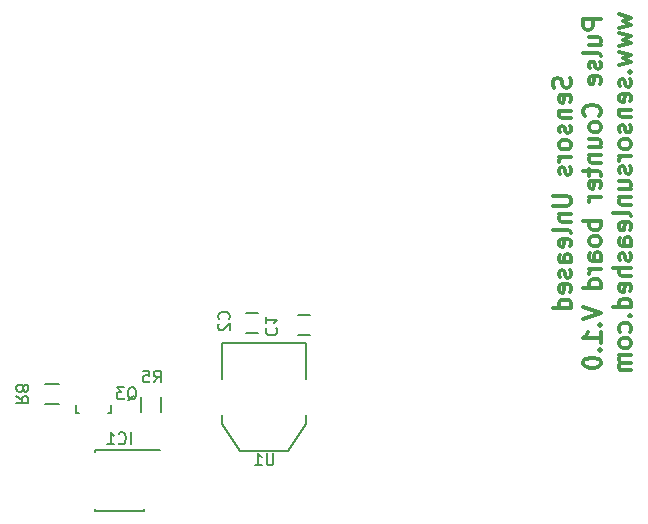
<source format=gbr>
G04 #@! TF.GenerationSoftware,KiCad,Pcbnew,no-vcs-found-7664~57~ubuntu16.10.1*
G04 #@! TF.CreationDate,2017-02-19T11:00:57+01:00*
G04 #@! TF.ProjectId,pulseboard,70756C7365626F6172642E6B69636164,rev?*
G04 #@! TF.FileFunction,Legend,Bot*
G04 #@! TF.FilePolarity,Positive*
%FSLAX46Y46*%
G04 Gerber Fmt 4.6, Leading zero omitted, Abs format (unit mm)*
G04 Created by KiCad (PCBNEW no-vcs-found-7664~57~ubuntu16.10.1) date Sun Feb 19 11:00:57 2017*
%MOMM*%
%LPD*%
G01*
G04 APERTURE LIST*
%ADD10C,0.100000*%
%ADD11C,0.300000*%
%ADD12C,0.150000*%
G04 APERTURE END LIST*
D10*
D11*
X161978582Y-66744485D02*
X162050011Y-66958771D01*
X162050011Y-67315914D01*
X161978582Y-67458771D01*
X161907154Y-67530200D01*
X161764297Y-67601628D01*
X161621440Y-67601628D01*
X161478582Y-67530200D01*
X161407154Y-67458771D01*
X161335725Y-67315914D01*
X161264297Y-67030200D01*
X161192868Y-66887342D01*
X161121440Y-66815914D01*
X160978582Y-66744485D01*
X160835725Y-66744485D01*
X160692868Y-66815914D01*
X160621440Y-66887342D01*
X160550011Y-67030200D01*
X160550011Y-67387342D01*
X160621440Y-67601628D01*
X161978582Y-68815914D02*
X162050011Y-68673057D01*
X162050011Y-68387342D01*
X161978582Y-68244485D01*
X161835725Y-68173057D01*
X161264297Y-68173057D01*
X161121440Y-68244485D01*
X161050011Y-68387342D01*
X161050011Y-68673057D01*
X161121440Y-68815914D01*
X161264297Y-68887342D01*
X161407154Y-68887342D01*
X161550011Y-68173057D01*
X161050011Y-69530200D02*
X162050011Y-69530200D01*
X161192868Y-69530200D02*
X161121440Y-69601628D01*
X161050011Y-69744485D01*
X161050011Y-69958771D01*
X161121440Y-70101628D01*
X161264297Y-70173057D01*
X162050011Y-70173057D01*
X161978582Y-70815914D02*
X162050011Y-70958771D01*
X162050011Y-71244485D01*
X161978582Y-71387342D01*
X161835725Y-71458771D01*
X161764297Y-71458771D01*
X161621440Y-71387342D01*
X161550011Y-71244485D01*
X161550011Y-71030200D01*
X161478582Y-70887342D01*
X161335725Y-70815914D01*
X161264297Y-70815914D01*
X161121440Y-70887342D01*
X161050011Y-71030200D01*
X161050011Y-71244485D01*
X161121440Y-71387342D01*
X162050011Y-72315914D02*
X161978582Y-72173057D01*
X161907154Y-72101628D01*
X161764297Y-72030200D01*
X161335725Y-72030200D01*
X161192868Y-72101628D01*
X161121440Y-72173057D01*
X161050011Y-72315914D01*
X161050011Y-72530200D01*
X161121440Y-72673057D01*
X161192868Y-72744485D01*
X161335725Y-72815914D01*
X161764297Y-72815914D01*
X161907154Y-72744485D01*
X161978582Y-72673057D01*
X162050011Y-72530200D01*
X162050011Y-72315914D01*
X162050011Y-73458771D02*
X161050011Y-73458771D01*
X161335725Y-73458771D02*
X161192868Y-73530200D01*
X161121440Y-73601628D01*
X161050011Y-73744485D01*
X161050011Y-73887342D01*
X161978582Y-74315914D02*
X162050011Y-74458771D01*
X162050011Y-74744485D01*
X161978582Y-74887342D01*
X161835725Y-74958771D01*
X161764297Y-74958771D01*
X161621440Y-74887342D01*
X161550011Y-74744485D01*
X161550011Y-74530200D01*
X161478582Y-74387342D01*
X161335725Y-74315914D01*
X161264297Y-74315914D01*
X161121440Y-74387342D01*
X161050011Y-74530200D01*
X161050011Y-74744485D01*
X161121440Y-74887342D01*
X160550011Y-76744485D02*
X161764297Y-76744485D01*
X161907154Y-76815914D01*
X161978582Y-76887342D01*
X162050011Y-77030200D01*
X162050011Y-77315914D01*
X161978582Y-77458771D01*
X161907154Y-77530200D01*
X161764297Y-77601628D01*
X160550011Y-77601628D01*
X161050011Y-78315914D02*
X162050011Y-78315914D01*
X161192868Y-78315914D02*
X161121440Y-78387342D01*
X161050011Y-78530200D01*
X161050011Y-78744485D01*
X161121440Y-78887342D01*
X161264297Y-78958771D01*
X162050011Y-78958771D01*
X162050011Y-79887342D02*
X161978582Y-79744485D01*
X161835725Y-79673057D01*
X160550011Y-79673057D01*
X161978582Y-81030200D02*
X162050011Y-80887342D01*
X162050011Y-80601628D01*
X161978582Y-80458771D01*
X161835725Y-80387342D01*
X161264297Y-80387342D01*
X161121440Y-80458771D01*
X161050011Y-80601628D01*
X161050011Y-80887342D01*
X161121440Y-81030200D01*
X161264297Y-81101628D01*
X161407154Y-81101628D01*
X161550011Y-80387342D01*
X162050011Y-82387342D02*
X161264297Y-82387342D01*
X161121440Y-82315914D01*
X161050011Y-82173057D01*
X161050011Y-81887342D01*
X161121440Y-81744485D01*
X161978582Y-82387342D02*
X162050011Y-82244485D01*
X162050011Y-81887342D01*
X161978582Y-81744485D01*
X161835725Y-81673057D01*
X161692868Y-81673057D01*
X161550011Y-81744485D01*
X161478582Y-81887342D01*
X161478582Y-82244485D01*
X161407154Y-82387342D01*
X161978582Y-83030200D02*
X162050011Y-83173057D01*
X162050011Y-83458771D01*
X161978582Y-83601628D01*
X161835725Y-83673057D01*
X161764297Y-83673057D01*
X161621440Y-83601628D01*
X161550011Y-83458771D01*
X161550011Y-83244485D01*
X161478582Y-83101628D01*
X161335725Y-83030200D01*
X161264297Y-83030200D01*
X161121440Y-83101628D01*
X161050011Y-83244485D01*
X161050011Y-83458771D01*
X161121440Y-83601628D01*
X161978582Y-84887342D02*
X162050011Y-84744485D01*
X162050011Y-84458771D01*
X161978582Y-84315914D01*
X161835725Y-84244485D01*
X161264297Y-84244485D01*
X161121440Y-84315914D01*
X161050011Y-84458771D01*
X161050011Y-84744485D01*
X161121440Y-84887342D01*
X161264297Y-84958771D01*
X161407154Y-84958771D01*
X161550011Y-84244485D01*
X162050011Y-86244485D02*
X160550011Y-86244485D01*
X161978582Y-86244485D02*
X162050011Y-86101628D01*
X162050011Y-85815914D01*
X161978582Y-85673057D01*
X161907154Y-85601628D01*
X161764297Y-85530200D01*
X161335725Y-85530200D01*
X161192868Y-85601628D01*
X161121440Y-85673057D01*
X161050011Y-85815914D01*
X161050011Y-86101628D01*
X161121440Y-86244485D01*
X164600011Y-61815914D02*
X163100011Y-61815914D01*
X163100011Y-62387342D01*
X163171440Y-62530200D01*
X163242868Y-62601628D01*
X163385725Y-62673057D01*
X163600011Y-62673057D01*
X163742868Y-62601628D01*
X163814297Y-62530200D01*
X163885725Y-62387342D01*
X163885725Y-61815914D01*
X163600011Y-63958771D02*
X164600011Y-63958771D01*
X163600011Y-63315914D02*
X164385725Y-63315914D01*
X164528582Y-63387342D01*
X164600011Y-63530200D01*
X164600011Y-63744485D01*
X164528582Y-63887342D01*
X164457154Y-63958771D01*
X164600011Y-64887342D02*
X164528582Y-64744485D01*
X164385725Y-64673057D01*
X163100011Y-64673057D01*
X164528582Y-65387342D02*
X164600011Y-65530200D01*
X164600011Y-65815914D01*
X164528582Y-65958771D01*
X164385725Y-66030200D01*
X164314297Y-66030200D01*
X164171440Y-65958771D01*
X164100011Y-65815914D01*
X164100011Y-65601628D01*
X164028582Y-65458771D01*
X163885725Y-65387342D01*
X163814297Y-65387342D01*
X163671440Y-65458771D01*
X163600011Y-65601628D01*
X163600011Y-65815914D01*
X163671440Y-65958771D01*
X164528582Y-67244485D02*
X164600011Y-67101628D01*
X164600011Y-66815914D01*
X164528582Y-66673057D01*
X164385725Y-66601628D01*
X163814297Y-66601628D01*
X163671440Y-66673057D01*
X163600011Y-66815914D01*
X163600011Y-67101628D01*
X163671440Y-67244485D01*
X163814297Y-67315914D01*
X163957154Y-67315914D01*
X164100011Y-66601628D01*
X164457154Y-69958771D02*
X164528582Y-69887342D01*
X164600011Y-69673057D01*
X164600011Y-69530200D01*
X164528582Y-69315914D01*
X164385725Y-69173057D01*
X164242868Y-69101628D01*
X163957154Y-69030200D01*
X163742868Y-69030200D01*
X163457154Y-69101628D01*
X163314297Y-69173057D01*
X163171440Y-69315914D01*
X163100011Y-69530200D01*
X163100011Y-69673057D01*
X163171440Y-69887342D01*
X163242868Y-69958771D01*
X164600011Y-70815914D02*
X164528582Y-70673057D01*
X164457154Y-70601628D01*
X164314297Y-70530200D01*
X163885725Y-70530200D01*
X163742868Y-70601628D01*
X163671440Y-70673057D01*
X163600011Y-70815914D01*
X163600011Y-71030200D01*
X163671440Y-71173057D01*
X163742868Y-71244485D01*
X163885725Y-71315914D01*
X164314297Y-71315914D01*
X164457154Y-71244485D01*
X164528582Y-71173057D01*
X164600011Y-71030200D01*
X164600011Y-70815914D01*
X163600011Y-72601628D02*
X164600011Y-72601628D01*
X163600011Y-71958771D02*
X164385725Y-71958771D01*
X164528582Y-72030200D01*
X164600011Y-72173057D01*
X164600011Y-72387342D01*
X164528582Y-72530200D01*
X164457154Y-72601628D01*
X163600011Y-73315914D02*
X164600011Y-73315914D01*
X163742868Y-73315914D02*
X163671440Y-73387342D01*
X163600011Y-73530200D01*
X163600011Y-73744485D01*
X163671440Y-73887342D01*
X163814297Y-73958771D01*
X164600011Y-73958771D01*
X163600011Y-74458771D02*
X163600011Y-75030200D01*
X163100011Y-74673057D02*
X164385725Y-74673057D01*
X164528582Y-74744485D01*
X164600011Y-74887342D01*
X164600011Y-75030200D01*
X164528582Y-76101628D02*
X164600011Y-75958771D01*
X164600011Y-75673057D01*
X164528582Y-75530200D01*
X164385725Y-75458771D01*
X163814297Y-75458771D01*
X163671440Y-75530200D01*
X163600011Y-75673057D01*
X163600011Y-75958771D01*
X163671440Y-76101628D01*
X163814297Y-76173057D01*
X163957154Y-76173057D01*
X164100011Y-75458771D01*
X164600011Y-76815914D02*
X163600011Y-76815914D01*
X163885725Y-76815914D02*
X163742868Y-76887342D01*
X163671440Y-76958771D01*
X163600011Y-77101628D01*
X163600011Y-77244485D01*
X164600011Y-78887342D02*
X163100011Y-78887342D01*
X163671440Y-78887342D02*
X163600011Y-79030200D01*
X163600011Y-79315914D01*
X163671440Y-79458771D01*
X163742868Y-79530200D01*
X163885725Y-79601628D01*
X164314297Y-79601628D01*
X164457154Y-79530200D01*
X164528582Y-79458771D01*
X164600011Y-79315914D01*
X164600011Y-79030200D01*
X164528582Y-78887342D01*
X164600011Y-80458771D02*
X164528582Y-80315914D01*
X164457154Y-80244485D01*
X164314297Y-80173057D01*
X163885725Y-80173057D01*
X163742868Y-80244485D01*
X163671440Y-80315914D01*
X163600011Y-80458771D01*
X163600011Y-80673057D01*
X163671440Y-80815914D01*
X163742868Y-80887342D01*
X163885725Y-80958771D01*
X164314297Y-80958771D01*
X164457154Y-80887342D01*
X164528582Y-80815914D01*
X164600011Y-80673057D01*
X164600011Y-80458771D01*
X164600011Y-82244485D02*
X163814297Y-82244485D01*
X163671440Y-82173057D01*
X163600011Y-82030200D01*
X163600011Y-81744485D01*
X163671440Y-81601628D01*
X164528582Y-82244485D02*
X164600011Y-82101628D01*
X164600011Y-81744485D01*
X164528582Y-81601628D01*
X164385725Y-81530200D01*
X164242868Y-81530200D01*
X164100011Y-81601628D01*
X164028582Y-81744485D01*
X164028582Y-82101628D01*
X163957154Y-82244485D01*
X164600011Y-82958771D02*
X163600011Y-82958771D01*
X163885725Y-82958771D02*
X163742868Y-83030200D01*
X163671440Y-83101628D01*
X163600011Y-83244485D01*
X163600011Y-83387342D01*
X164600011Y-84530200D02*
X163100011Y-84530200D01*
X164528582Y-84530200D02*
X164600011Y-84387342D01*
X164600011Y-84101628D01*
X164528582Y-83958771D01*
X164457154Y-83887342D01*
X164314297Y-83815914D01*
X163885725Y-83815914D01*
X163742868Y-83887342D01*
X163671440Y-83958771D01*
X163600011Y-84101628D01*
X163600011Y-84387342D01*
X163671440Y-84530200D01*
X163100011Y-86173057D02*
X164600011Y-86673057D01*
X163100011Y-87173057D01*
X164457154Y-87673057D02*
X164528582Y-87744485D01*
X164600011Y-87673057D01*
X164528582Y-87601628D01*
X164457154Y-87673057D01*
X164600011Y-87673057D01*
X164600011Y-89173057D02*
X164600011Y-88315914D01*
X164600011Y-88744485D02*
X163100011Y-88744485D01*
X163314297Y-88601628D01*
X163457154Y-88458771D01*
X163528582Y-88315914D01*
X164457154Y-89815914D02*
X164528582Y-89887342D01*
X164600011Y-89815914D01*
X164528582Y-89744485D01*
X164457154Y-89815914D01*
X164600011Y-89815914D01*
X163100011Y-90815914D02*
X163100011Y-90958771D01*
X163171440Y-91101628D01*
X163242868Y-91173057D01*
X163385725Y-91244485D01*
X163671440Y-91315914D01*
X164028582Y-91315914D01*
X164314297Y-91244485D01*
X164457154Y-91173057D01*
X164528582Y-91101628D01*
X164600011Y-90958771D01*
X164600011Y-90815914D01*
X164528582Y-90673057D01*
X164457154Y-90601628D01*
X164314297Y-90530200D01*
X164028582Y-90458771D01*
X163671440Y-90458771D01*
X163385725Y-90530200D01*
X163242868Y-90601628D01*
X163171440Y-90673057D01*
X163100011Y-90815914D01*
X166150011Y-61387342D02*
X167150011Y-61673057D01*
X166435725Y-61958771D01*
X167150011Y-62244485D01*
X166150011Y-62530200D01*
X166150011Y-62958771D02*
X167150011Y-63244485D01*
X166435725Y-63530200D01*
X167150011Y-63815914D01*
X166150011Y-64101628D01*
X166150011Y-64530200D02*
X167150011Y-64815914D01*
X166435725Y-65101628D01*
X167150011Y-65387342D01*
X166150011Y-65673057D01*
X167007154Y-66244485D02*
X167078582Y-66315914D01*
X167150011Y-66244485D01*
X167078582Y-66173057D01*
X167007154Y-66244485D01*
X167150011Y-66244485D01*
X167078582Y-66887342D02*
X167150011Y-67030200D01*
X167150011Y-67315914D01*
X167078582Y-67458771D01*
X166935725Y-67530200D01*
X166864297Y-67530200D01*
X166721440Y-67458771D01*
X166650011Y-67315914D01*
X166650011Y-67101628D01*
X166578582Y-66958771D01*
X166435725Y-66887342D01*
X166364297Y-66887342D01*
X166221440Y-66958771D01*
X166150011Y-67101628D01*
X166150011Y-67315914D01*
X166221440Y-67458771D01*
X167078582Y-68744485D02*
X167150011Y-68601628D01*
X167150011Y-68315914D01*
X167078582Y-68173057D01*
X166935725Y-68101628D01*
X166364297Y-68101628D01*
X166221440Y-68173057D01*
X166150011Y-68315914D01*
X166150011Y-68601628D01*
X166221440Y-68744485D01*
X166364297Y-68815914D01*
X166507154Y-68815914D01*
X166650011Y-68101628D01*
X166150011Y-69458771D02*
X167150011Y-69458771D01*
X166292868Y-69458771D02*
X166221440Y-69530200D01*
X166150011Y-69673057D01*
X166150011Y-69887342D01*
X166221440Y-70030200D01*
X166364297Y-70101628D01*
X167150011Y-70101628D01*
X167078582Y-70744485D02*
X167150011Y-70887342D01*
X167150011Y-71173057D01*
X167078582Y-71315914D01*
X166935725Y-71387342D01*
X166864297Y-71387342D01*
X166721440Y-71315914D01*
X166650011Y-71173057D01*
X166650011Y-70958771D01*
X166578582Y-70815914D01*
X166435725Y-70744485D01*
X166364297Y-70744485D01*
X166221440Y-70815914D01*
X166150011Y-70958771D01*
X166150011Y-71173057D01*
X166221440Y-71315914D01*
X167150011Y-72244485D02*
X167078582Y-72101628D01*
X167007154Y-72030200D01*
X166864297Y-71958771D01*
X166435725Y-71958771D01*
X166292868Y-72030200D01*
X166221440Y-72101628D01*
X166150011Y-72244485D01*
X166150011Y-72458771D01*
X166221440Y-72601628D01*
X166292868Y-72673057D01*
X166435725Y-72744485D01*
X166864297Y-72744485D01*
X167007154Y-72673057D01*
X167078582Y-72601628D01*
X167150011Y-72458771D01*
X167150011Y-72244485D01*
X167150011Y-73387342D02*
X166150011Y-73387342D01*
X166435725Y-73387342D02*
X166292868Y-73458771D01*
X166221440Y-73530200D01*
X166150011Y-73673057D01*
X166150011Y-73815914D01*
X167078582Y-74244485D02*
X167150011Y-74387342D01*
X167150011Y-74673057D01*
X167078582Y-74815914D01*
X166935725Y-74887342D01*
X166864297Y-74887342D01*
X166721440Y-74815914D01*
X166650011Y-74673057D01*
X166650011Y-74458771D01*
X166578582Y-74315914D01*
X166435725Y-74244485D01*
X166364297Y-74244485D01*
X166221440Y-74315914D01*
X166150011Y-74458771D01*
X166150011Y-74673057D01*
X166221440Y-74815914D01*
X166150011Y-76173057D02*
X167150011Y-76173057D01*
X166150011Y-75530200D02*
X166935725Y-75530200D01*
X167078582Y-75601628D01*
X167150011Y-75744485D01*
X167150011Y-75958771D01*
X167078582Y-76101628D01*
X167007154Y-76173057D01*
X166150011Y-76887342D02*
X167150011Y-76887342D01*
X166292868Y-76887342D02*
X166221440Y-76958771D01*
X166150011Y-77101628D01*
X166150011Y-77315914D01*
X166221440Y-77458771D01*
X166364297Y-77530200D01*
X167150011Y-77530200D01*
X167150011Y-78458771D02*
X167078582Y-78315914D01*
X166935725Y-78244485D01*
X165650011Y-78244485D01*
X167078582Y-79601628D02*
X167150011Y-79458771D01*
X167150011Y-79173057D01*
X167078582Y-79030200D01*
X166935725Y-78958771D01*
X166364297Y-78958771D01*
X166221440Y-79030200D01*
X166150011Y-79173057D01*
X166150011Y-79458771D01*
X166221440Y-79601628D01*
X166364297Y-79673057D01*
X166507154Y-79673057D01*
X166650011Y-78958771D01*
X167150011Y-80958771D02*
X166364297Y-80958771D01*
X166221440Y-80887342D01*
X166150011Y-80744485D01*
X166150011Y-80458771D01*
X166221440Y-80315914D01*
X167078582Y-80958771D02*
X167150011Y-80815914D01*
X167150011Y-80458771D01*
X167078582Y-80315914D01*
X166935725Y-80244485D01*
X166792868Y-80244485D01*
X166650011Y-80315914D01*
X166578582Y-80458771D01*
X166578582Y-80815914D01*
X166507154Y-80958771D01*
X167078582Y-81601628D02*
X167150011Y-81744485D01*
X167150011Y-82030200D01*
X167078582Y-82173057D01*
X166935725Y-82244485D01*
X166864297Y-82244485D01*
X166721440Y-82173057D01*
X166650011Y-82030200D01*
X166650011Y-81815914D01*
X166578582Y-81673057D01*
X166435725Y-81601628D01*
X166364297Y-81601628D01*
X166221440Y-81673057D01*
X166150011Y-81815914D01*
X166150011Y-82030200D01*
X166221440Y-82173057D01*
X167150011Y-82887342D02*
X165650011Y-82887342D01*
X167150011Y-83530200D02*
X166364297Y-83530200D01*
X166221440Y-83458771D01*
X166150011Y-83315914D01*
X166150011Y-83101628D01*
X166221440Y-82958771D01*
X166292868Y-82887342D01*
X167078582Y-84815914D02*
X167150011Y-84673057D01*
X167150011Y-84387342D01*
X167078582Y-84244485D01*
X166935725Y-84173057D01*
X166364297Y-84173057D01*
X166221440Y-84244485D01*
X166150011Y-84387342D01*
X166150011Y-84673057D01*
X166221440Y-84815914D01*
X166364297Y-84887342D01*
X166507154Y-84887342D01*
X166650011Y-84173057D01*
X167150011Y-86173057D02*
X165650011Y-86173057D01*
X167078582Y-86173057D02*
X167150011Y-86030200D01*
X167150011Y-85744485D01*
X167078582Y-85601628D01*
X167007154Y-85530200D01*
X166864297Y-85458771D01*
X166435725Y-85458771D01*
X166292868Y-85530200D01*
X166221440Y-85601628D01*
X166150011Y-85744485D01*
X166150011Y-86030200D01*
X166221440Y-86173057D01*
X167007154Y-86887342D02*
X167078582Y-86958771D01*
X167150011Y-86887342D01*
X167078582Y-86815914D01*
X167007154Y-86887342D01*
X167150011Y-86887342D01*
X167078582Y-88244485D02*
X167150011Y-88101628D01*
X167150011Y-87815914D01*
X167078582Y-87673057D01*
X167007154Y-87601628D01*
X166864297Y-87530200D01*
X166435725Y-87530200D01*
X166292868Y-87601628D01*
X166221440Y-87673057D01*
X166150011Y-87815914D01*
X166150011Y-88101628D01*
X166221440Y-88244485D01*
X167150011Y-89101628D02*
X167078582Y-88958771D01*
X167007154Y-88887342D01*
X166864297Y-88815914D01*
X166435725Y-88815914D01*
X166292868Y-88887342D01*
X166221440Y-88958771D01*
X166150011Y-89101628D01*
X166150011Y-89315914D01*
X166221440Y-89458771D01*
X166292868Y-89530200D01*
X166435725Y-89601628D01*
X166864297Y-89601628D01*
X167007154Y-89530200D01*
X167078582Y-89458771D01*
X167150011Y-89315914D01*
X167150011Y-89101628D01*
X167150011Y-90244485D02*
X166150011Y-90244485D01*
X166292868Y-90244485D02*
X166221440Y-90315914D01*
X166150011Y-90458771D01*
X166150011Y-90673057D01*
X166221440Y-90815914D01*
X166364297Y-90887342D01*
X167150011Y-90887342D01*
X166364297Y-90887342D02*
X166221440Y-90958771D01*
X166150011Y-91101628D01*
X166150011Y-91315914D01*
X166221440Y-91458771D01*
X166364297Y-91530200D01*
X167150011Y-91530200D01*
D12*
X122919440Y-95135700D02*
X122871180Y-95135700D01*
X120120460Y-94434660D02*
X120120460Y-95135700D01*
X120120460Y-95135700D02*
X120369380Y-95135700D01*
X122919440Y-95135700D02*
X123120100Y-95135700D01*
X123120100Y-95135700D02*
X123120100Y-94434660D01*
X118699840Y-92657960D02*
X117499840Y-92657960D01*
X117499840Y-94407960D02*
X118699840Y-94407960D01*
X125627160Y-93816840D02*
X125627160Y-95016840D01*
X127377160Y-95016840D02*
X127377160Y-93816840D01*
X125900000Y-98302840D02*
X127300000Y-98302840D01*
X125900000Y-103402840D02*
X121750000Y-103402840D01*
X125900000Y-98252840D02*
X121750000Y-98252840D01*
X125900000Y-103402840D02*
X125900000Y-103257840D01*
X121750000Y-103402840D02*
X121750000Y-103257840D01*
X121750000Y-98252840D02*
X121750000Y-98397840D01*
X125900000Y-98252840D02*
X125900000Y-98302840D01*
X139925680Y-88551120D02*
X138925680Y-88551120D01*
X138925680Y-86851120D02*
X139925680Y-86851120D01*
X135582280Y-88403800D02*
X134582280Y-88403800D01*
X134582280Y-86703800D02*
X135582280Y-86703800D01*
X139664440Y-96042480D02*
X139664440Y-95280480D01*
X138140440Y-98328480D02*
X139664440Y-96042480D01*
X134076440Y-98328480D02*
X138140440Y-98328480D01*
X132552440Y-96042480D02*
X134076440Y-98328480D01*
X132552440Y-95280480D02*
X132552440Y-96042480D01*
X139664440Y-89184480D02*
X139664440Y-92232480D01*
X132552440Y-89184480D02*
X139664440Y-89184480D01*
X132552440Y-92232480D02*
X132552440Y-89184480D01*
X124521518Y-94065079D02*
X124616756Y-94017460D01*
X124711994Y-93922221D01*
X124854851Y-93779364D01*
X124950089Y-93731745D01*
X125045327Y-93731745D01*
X124997708Y-93969840D02*
X125092946Y-93922221D01*
X125188184Y-93826983D01*
X125235803Y-93636507D01*
X125235803Y-93303174D01*
X125188184Y-93112698D01*
X125092946Y-93017460D01*
X124997708Y-92969840D01*
X124807232Y-92969840D01*
X124711994Y-93017460D01*
X124616756Y-93112698D01*
X124569137Y-93303174D01*
X124569137Y-93636507D01*
X124616756Y-93826983D01*
X124711994Y-93922221D01*
X124807232Y-93969840D01*
X124997708Y-93969840D01*
X124235803Y-92969840D02*
X123616756Y-92969840D01*
X123950089Y-93350793D01*
X123807232Y-93350793D01*
X123711994Y-93398412D01*
X123664375Y-93446031D01*
X123616756Y-93541269D01*
X123616756Y-93779364D01*
X123664375Y-93874602D01*
X123711994Y-93922221D01*
X123807232Y-93969840D01*
X124092946Y-93969840D01*
X124188184Y-93922221D01*
X124235803Y-93874602D01*
X115099459Y-93699626D02*
X115575649Y-94032960D01*
X115099459Y-94271055D02*
X116099459Y-94271055D01*
X116099459Y-93890102D01*
X116051840Y-93794864D01*
X116004220Y-93747245D01*
X115908982Y-93699626D01*
X115766125Y-93699626D01*
X115670887Y-93747245D01*
X115623268Y-93794864D01*
X115575649Y-93890102D01*
X115575649Y-94271055D01*
X115670887Y-93128198D02*
X115718506Y-93223436D01*
X115766125Y-93271055D01*
X115861363Y-93318674D01*
X115908982Y-93318674D01*
X116004220Y-93271055D01*
X116051840Y-93223436D01*
X116099459Y-93128198D01*
X116099459Y-92937721D01*
X116051840Y-92842483D01*
X116004220Y-92794864D01*
X115908982Y-92747245D01*
X115861363Y-92747245D01*
X115766125Y-92794864D01*
X115718506Y-92842483D01*
X115670887Y-92937721D01*
X115670887Y-93128198D01*
X115623268Y-93223436D01*
X115575649Y-93271055D01*
X115480411Y-93318674D01*
X115289935Y-93318674D01*
X115194697Y-93271055D01*
X115147078Y-93223436D01*
X115099459Y-93128198D01*
X115099459Y-92937721D01*
X115147078Y-92842483D01*
X115194697Y-92794864D01*
X115289935Y-92747245D01*
X115480411Y-92747245D01*
X115575649Y-92794864D01*
X115623268Y-92842483D01*
X115670887Y-92937721D01*
X126736826Y-92543220D02*
X127070160Y-92067030D01*
X127308255Y-92543220D02*
X127308255Y-91543220D01*
X126927302Y-91543220D01*
X126832064Y-91590840D01*
X126784445Y-91638459D01*
X126736826Y-91733697D01*
X126736826Y-91876554D01*
X126784445Y-91971792D01*
X126832064Y-92019411D01*
X126927302Y-92067030D01*
X127308255Y-92067030D01*
X125832064Y-91543220D02*
X126308255Y-91543220D01*
X126355874Y-92019411D01*
X126308255Y-91971792D01*
X126213017Y-91924173D01*
X125974921Y-91924173D01*
X125879683Y-91971792D01*
X125832064Y-92019411D01*
X125784445Y-92114649D01*
X125784445Y-92352744D01*
X125832064Y-92447982D01*
X125879683Y-92495601D01*
X125974921Y-92543220D01*
X126213017Y-92543220D01*
X126308255Y-92495601D01*
X126355874Y-92447982D01*
X124801190Y-97780220D02*
X124801190Y-96780220D01*
X123753571Y-97684982D02*
X123801190Y-97732601D01*
X123944047Y-97780220D01*
X124039285Y-97780220D01*
X124182142Y-97732601D01*
X124277380Y-97637363D01*
X124325000Y-97542125D01*
X124372619Y-97351649D01*
X124372619Y-97208792D01*
X124325000Y-97018316D01*
X124277380Y-96923078D01*
X124182142Y-96827840D01*
X124039285Y-96780220D01*
X123944047Y-96780220D01*
X123801190Y-96827840D01*
X123753571Y-96875459D01*
X122801190Y-97780220D02*
X123372619Y-97780220D01*
X123086904Y-97780220D02*
X123086904Y-96780220D01*
X123182142Y-96923078D01*
X123277380Y-97018316D01*
X123372619Y-97065935D01*
X136300537Y-87935786D02*
X136252918Y-87983405D01*
X136205299Y-88126262D01*
X136205299Y-88221500D01*
X136252918Y-88364358D01*
X136348156Y-88459596D01*
X136443394Y-88507215D01*
X136633870Y-88554834D01*
X136776727Y-88554834D01*
X136967203Y-88507215D01*
X137062441Y-88459596D01*
X137157680Y-88364358D01*
X137205299Y-88221500D01*
X137205299Y-88126262D01*
X137157680Y-87983405D01*
X137110060Y-87935786D01*
X136205299Y-86983405D02*
X136205299Y-87554834D01*
X136205299Y-87269120D02*
X137205299Y-87269120D01*
X137062441Y-87364358D01*
X136967203Y-87459596D01*
X136919584Y-87554834D01*
X133079422Y-87195133D02*
X133127041Y-87147514D01*
X133174660Y-87004657D01*
X133174660Y-86909419D01*
X133127041Y-86766561D01*
X133031803Y-86671323D01*
X132936565Y-86623704D01*
X132746089Y-86576085D01*
X132603232Y-86576085D01*
X132412756Y-86623704D01*
X132317518Y-86671323D01*
X132222280Y-86766561D01*
X132174660Y-86909419D01*
X132174660Y-87004657D01*
X132222280Y-87147514D01*
X132269899Y-87195133D01*
X132269899Y-87576085D02*
X132222280Y-87623704D01*
X132174660Y-87718942D01*
X132174660Y-87957038D01*
X132222280Y-88052276D01*
X132269899Y-88099895D01*
X132365137Y-88147514D01*
X132460375Y-88147514D01*
X132603232Y-88099895D01*
X133174660Y-87528466D01*
X133174660Y-88147514D01*
X136858344Y-98564860D02*
X136858344Y-99374384D01*
X136810725Y-99469622D01*
X136763106Y-99517241D01*
X136667868Y-99564860D01*
X136477392Y-99564860D01*
X136382154Y-99517241D01*
X136334535Y-99469622D01*
X136286916Y-99374384D01*
X136286916Y-98564860D01*
X135286916Y-99564860D02*
X135858344Y-99564860D01*
X135572630Y-99564860D02*
X135572630Y-98564860D01*
X135667868Y-98707718D01*
X135763106Y-98802956D01*
X135858344Y-98850575D01*
M02*

</source>
